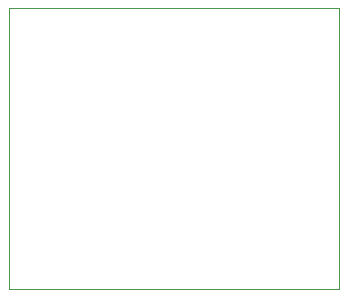
<source format=gko>
G04*
G04 #@! TF.GenerationSoftware,Altium Limited,Altium Designer,24.2.2 (26)*
G04*
G04 Layer_Color=16711935*
%FSLAX25Y25*%
%MOIN*%
G70*
G04*
G04 #@! TF.SameCoordinates,0C852235-8BC0-4ED4-A074-6CA5B6053031*
G04*
G04*
G04 #@! TF.FilePolarity,Positive*
G04*
G01*
G75*
%ADD75C,0.00197*%
D75*
X0Y93701D02*
X2756D01*
X0Y92520D02*
Y93701D01*
Y-0D02*
X110236Y0D01*
X0D02*
Y13780D01*
Y92520D01*
X2756Y93701D02*
X110236D01*
Y0D02*
Y93701D01*
M02*

</source>
